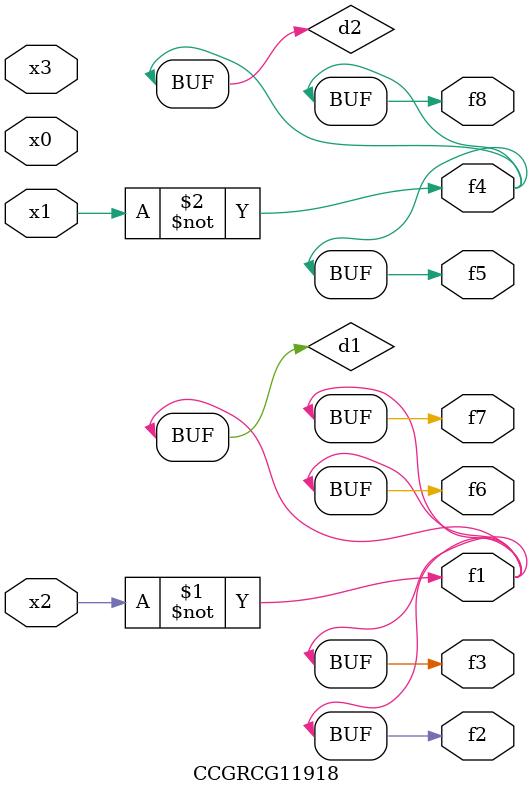
<source format=v>
module CCGRCG11918(
	input x0, x1, x2, x3,
	output f1, f2, f3, f4, f5, f6, f7, f8
);

	wire d1, d2;

	xnor (d1, x2);
	not (d2, x1);
	assign f1 = d1;
	assign f2 = d1;
	assign f3 = d1;
	assign f4 = d2;
	assign f5 = d2;
	assign f6 = d1;
	assign f7 = d1;
	assign f8 = d2;
endmodule

</source>
